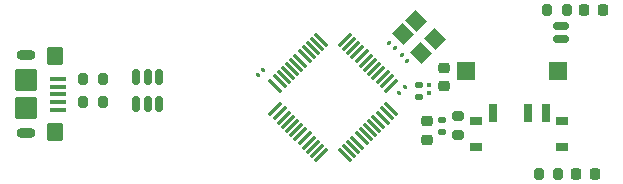
<source format=gtp>
%TF.GenerationSoftware,KiCad,Pcbnew,8.0.6*%
%TF.CreationDate,2025-02-01T08:29:43+02:00*%
%TF.ProjectId,stm32,73746d33-322e-46b6-9963-61645f706362,rev?*%
%TF.SameCoordinates,Original*%
%TF.FileFunction,Paste,Top*%
%TF.FilePolarity,Positive*%
%FSLAX46Y46*%
G04 Gerber Fmt 4.6, Leading zero omitted, Abs format (unit mm)*
G04 Created by KiCad (PCBNEW 8.0.6) date 2025-02-01 08:29:43*
%MOMM*%
%LPD*%
G01*
G04 APERTURE LIST*
G04 Aperture macros list*
%AMRoundRect*
0 Rectangle with rounded corners*
0 $1 Rounding radius*
0 $2 $3 $4 $5 $6 $7 $8 $9 X,Y pos of 4 corners*
0 Add a 4 corners polygon primitive as box body*
4,1,4,$2,$3,$4,$5,$6,$7,$8,$9,$2,$3,0*
0 Add four circle primitives for the rounded corners*
1,1,$1+$1,$2,$3*
1,1,$1+$1,$4,$5*
1,1,$1+$1,$6,$7*
1,1,$1+$1,$8,$9*
0 Add four rect primitives between the rounded corners*
20,1,$1+$1,$2,$3,$4,$5,0*
20,1,$1+$1,$4,$5,$6,$7,0*
20,1,$1+$1,$6,$7,$8,$9,0*
20,1,$1+$1,$8,$9,$2,$3,0*%
%AMRotRect*
0 Rectangle, with rotation*
0 The origin of the aperture is its center*
0 $1 length*
0 $2 width*
0 $3 Rotation angle, in degrees counterclockwise*
0 Add horizontal line*
21,1,$1,$2,0,0,$3*%
G04 Aperture macros list end*
%ADD10RoundRect,0.100000X-0.575000X0.100000X-0.575000X-0.100000X0.575000X-0.100000X0.575000X0.100000X0*%
%ADD11O,1.600000X0.900000*%
%ADD12RoundRect,0.250000X-0.450000X0.550000X-0.450000X-0.550000X0.450000X-0.550000X0.450000X0.550000X0*%
%ADD13RoundRect,0.250000X-0.700000X0.700000X-0.700000X-0.700000X0.700000X-0.700000X0.700000X0.700000X0*%
%ADD14RoundRect,0.165000X-0.475000X0.165000X-0.475000X-0.165000X0.475000X-0.165000X0.475000X0.165000X0*%
%ADD15RoundRect,0.200000X-0.275000X0.200000X-0.275000X-0.200000X0.275000X-0.200000X0.275000X0.200000X0*%
%ADD16RoundRect,0.075000X0.415425X0.521491X-0.521491X-0.415425X-0.415425X-0.521491X0.521491X0.415425X0*%
%ADD17RoundRect,0.075000X-0.415425X0.521491X-0.521491X0.415425X0.415425X-0.521491X0.521491X-0.415425X0*%
%ADD18RotRect,1.400000X1.200000X315.000000*%
%ADD19R,1.000000X0.800000*%
%ADD20R,0.700000X1.500000*%
%ADD21RoundRect,0.218750X0.256250X-0.218750X0.256250X0.218750X-0.256250X0.218750X-0.256250X-0.218750X0*%
%ADD22RoundRect,0.079500X0.014849X-0.127279X0.127279X-0.014849X-0.014849X0.127279X-0.127279X0.014849X0*%
%ADD23RoundRect,0.218750X-0.218750X-0.256250X0.218750X-0.256250X0.218750X0.256250X-0.218750X0.256250X0*%
%ADD24RoundRect,0.079500X-0.100500X0.079500X-0.100500X-0.079500X0.100500X-0.079500X0.100500X0.079500X0*%
%ADD25RoundRect,0.135000X0.185000X-0.135000X0.185000X0.135000X-0.185000X0.135000X-0.185000X-0.135000X0*%
%ADD26RoundRect,0.150000X0.150000X-0.512500X0.150000X0.512500X-0.150000X0.512500X-0.150000X-0.512500X0*%
%ADD27RoundRect,0.200000X0.200000X0.275000X-0.200000X0.275000X-0.200000X-0.275000X0.200000X-0.275000X0*%
%ADD28RoundRect,0.135000X-0.185000X0.135000X-0.185000X-0.135000X0.185000X-0.135000X0.185000X0.135000X0*%
%ADD29R,1.500000X1.500000*%
%ADD30RoundRect,0.079500X-0.127279X-0.014849X-0.014849X-0.127279X0.127279X0.014849X0.014849X0.127279X0*%
%ADD31RoundRect,0.079500X0.127279X0.014849X0.014849X0.127279X-0.127279X-0.014849X-0.014849X-0.127279X0*%
%ADD32RoundRect,0.200000X-0.200000X-0.275000X0.200000X-0.275000X0.200000X0.275000X-0.200000X0.275000X0*%
G04 APERTURE END LIST*
D10*
%TO.C,J2*%
X111425000Y-70950000D03*
X111425000Y-71600000D03*
X111425000Y-72250000D03*
X111425000Y-72900000D03*
X111425000Y-73550000D03*
D11*
X108750000Y-68950000D03*
D12*
X111200000Y-69050000D03*
D13*
X108750000Y-71050000D03*
X108750000Y-73450000D03*
D12*
X111200000Y-75450000D03*
D11*
X108750000Y-75550000D03*
%TD*%
D14*
%TO.C,C7*%
X154000000Y-66460000D03*
X154000000Y-67540000D03*
%TD*%
D15*
%TO.C,R2*%
X145300000Y-74075000D03*
X145300000Y-75725000D03*
%TD*%
D16*
%TO.C,U1*%
X139637876Y-71521212D03*
X139284322Y-71167658D03*
X138930769Y-70814105D03*
X138577215Y-70460551D03*
X138223662Y-70106998D03*
X137870109Y-69753445D03*
X137516555Y-69399891D03*
X137163002Y-69046338D03*
X136809449Y-68692785D03*
X136455895Y-68339231D03*
X136102342Y-67985678D03*
X135748788Y-67632124D03*
D17*
X133751212Y-67632124D03*
X133397658Y-67985678D03*
X133044105Y-68339231D03*
X132690551Y-68692785D03*
X132336998Y-69046338D03*
X131983445Y-69399891D03*
X131629891Y-69753445D03*
X131276338Y-70106998D03*
X130922785Y-70460551D03*
X130569231Y-70814105D03*
X130215678Y-71167658D03*
X129862124Y-71521212D03*
D16*
X129862124Y-73518788D03*
X130215678Y-73872342D03*
X130569231Y-74225895D03*
X130922785Y-74579449D03*
X131276338Y-74933002D03*
X131629891Y-75286555D03*
X131983445Y-75640109D03*
X132336998Y-75993662D03*
X132690551Y-76347215D03*
X133044105Y-76700769D03*
X133397658Y-77054322D03*
X133751212Y-77407876D03*
D17*
X135748788Y-77407876D03*
X136102342Y-77054322D03*
X136455895Y-76700769D03*
X136809449Y-76347215D03*
X137163002Y-75993662D03*
X137516555Y-75640109D03*
X137870109Y-75286555D03*
X138223662Y-74933002D03*
X138577215Y-74579449D03*
X138930769Y-74225895D03*
X139284322Y-73872342D03*
X139637876Y-73518788D03*
%TD*%
D18*
%TO.C,Y2*%
X140656497Y-67187868D03*
X142212132Y-68743503D03*
X143343503Y-67612132D03*
X141787868Y-66056497D03*
%TD*%
D19*
%TO.C,SW2*%
X146850000Y-74490000D03*
X146850000Y-76700000D03*
X154150000Y-74490000D03*
X154150000Y-76700000D03*
D20*
X148250000Y-73840000D03*
X151250000Y-73840000D03*
X152750000Y-73840000D03*
%TD*%
D21*
%TO.C,D4*%
X144100000Y-71587500D03*
X144100000Y-70012500D03*
%TD*%
D22*
%TO.C,C20*%
X128356048Y-70643952D03*
X128843952Y-70156048D03*
%TD*%
D23*
%TO.C,D2*%
X156012500Y-65100000D03*
X157587500Y-65100000D03*
%TD*%
D24*
%TO.C,C1*%
X142900000Y-71455000D03*
X142900000Y-72145000D03*
%TD*%
D25*
%TO.C,R1*%
X142000000Y-72510000D03*
X142000000Y-71490000D03*
%TD*%
D26*
%TO.C,U3*%
X118100000Y-73037500D03*
X119050000Y-73037500D03*
X120000000Y-73037500D03*
X120000000Y-70762500D03*
X119050000Y-70762500D03*
X118100000Y-70762500D03*
%TD*%
D27*
%TO.C,R4*%
X153825000Y-79000000D03*
X152175000Y-79000000D03*
%TD*%
D28*
%TO.C,R2*%
X144000000Y-74390000D03*
X144000000Y-75410000D03*
%TD*%
D29*
%TO.C,SW1*%
X153800000Y-70300000D03*
X146000000Y-70300000D03*
%TD*%
D30*
%TO.C,C15*%
X139482322Y-67882322D03*
X139970226Y-68370226D03*
%TD*%
D31*
%TO.C,C14*%
X141043952Y-69443952D03*
X140556048Y-68956048D03*
%TD*%
D23*
%TO.C,D1*%
X155312500Y-79000000D03*
X156887500Y-79000000D03*
%TD*%
D32*
%TO.C,R7*%
X113575000Y-70950000D03*
X115225000Y-70950000D03*
%TD*%
%TO.C,R6*%
X113575000Y-72900000D03*
X115225000Y-72900000D03*
%TD*%
D21*
%TO.C,D3*%
X142700000Y-76087500D03*
X142700000Y-74512500D03*
%TD*%
D22*
%TO.C,C19*%
X140356048Y-72143952D03*
X140843952Y-71656048D03*
%TD*%
D27*
%TO.C,R5*%
X154525000Y-65100000D03*
X152875000Y-65100000D03*
%TD*%
M02*

</source>
